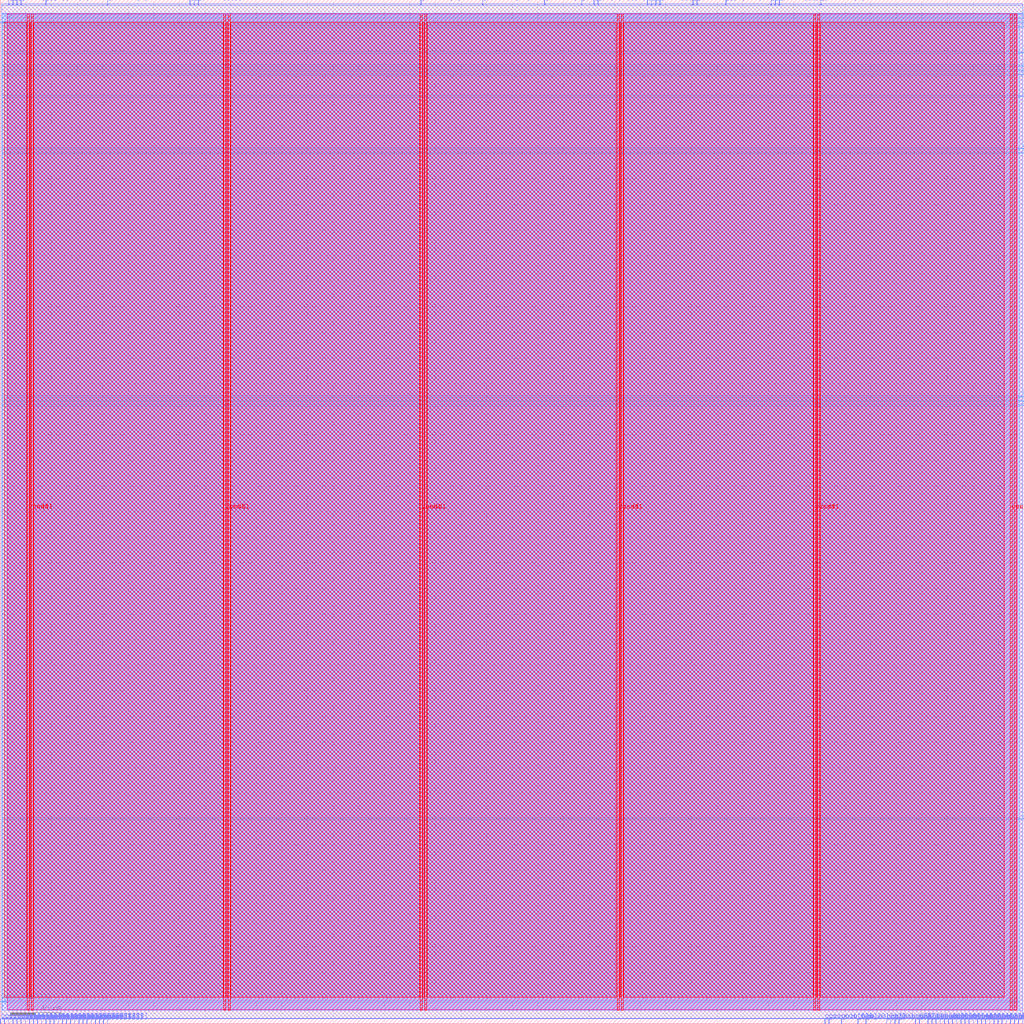
<source format=lef>
VERSION 5.7 ;
  NOWIREEXTENSIONATPIN ON ;
  DIVIDERCHAR "/" ;
  BUSBITCHARS "[]" ;
MACRO team_01
  CLASS BLOCK ;
  FOREIGN team_01 ;
  ORIGIN 0.000 0.000 ;
  SIZE 800.000 BY 800.000 ;
  PIN clk
    DIRECTION INPUT ;
    USE SIGNAL ;
    ANTENNAGATEAREA 1.286700 ;
    ANTENNADIFFAREA 0.434700 ;
    PORT
      LAYER met3 ;
        RECT 0.000 782.040 4.000 782.640 ;
    END
  END clk
  PIN en
    DIRECTION INPUT ;
    USE SIGNAL ;
    ANTENNAGATEAREA 0.647700 ;
    ANTENNADIFFAREA 0.434700 ;
    PORT
      LAYER met3 ;
        RECT 796.000 489.640 800.000 490.240 ;
    END
  END en
  PIN gpio_in[0]
    DIRECTION INPUT ;
    USE SIGNAL ;
    PORT
      LAYER met2 ;
        RECT 0.090 0.000 0.370 4.000 ;
    END
  END gpio_in[0]
  PIN gpio_in[10]
    DIRECTION INPUT ;
    USE SIGNAL ;
    PORT
      LAYER met2 ;
        RECT 3.310 0.000 3.590 4.000 ;
    END
  END gpio_in[10]
  PIN gpio_in[11]
    DIRECTION INPUT ;
    USE SIGNAL ;
    PORT
      LAYER met2 ;
        RECT 6.530 0.000 6.810 4.000 ;
    END
  END gpio_in[11]
  PIN gpio_in[12]
    DIRECTION INPUT ;
    USE SIGNAL ;
    PORT
      LAYER met2 ;
        RECT 9.750 0.000 10.030 4.000 ;
    END
  END gpio_in[12]
  PIN gpio_in[13]
    DIRECTION INPUT ;
    USE SIGNAL ;
    PORT
      LAYER met2 ;
        RECT 12.970 0.000 13.250 4.000 ;
    END
  END gpio_in[13]
  PIN gpio_in[14]
    DIRECTION INPUT ;
    USE SIGNAL ;
    PORT
      LAYER met2 ;
        RECT 16.190 0.000 16.470 4.000 ;
    END
  END gpio_in[14]
  PIN gpio_in[15]
    DIRECTION INPUT ;
    USE SIGNAL ;
    PORT
      LAYER met2 ;
        RECT 19.410 0.000 19.690 4.000 ;
    END
  END gpio_in[15]
  PIN gpio_in[16]
    DIRECTION INPUT ;
    USE SIGNAL ;
    PORT
      LAYER met2 ;
        RECT 22.630 0.000 22.910 4.000 ;
    END
  END gpio_in[16]
  PIN gpio_in[17]
    DIRECTION INPUT ;
    USE SIGNAL ;
    PORT
      LAYER met2 ;
        RECT 25.850 0.000 26.130 4.000 ;
    END
  END gpio_in[17]
  PIN gpio_in[18]
    DIRECTION INPUT ;
    USE SIGNAL ;
    PORT
      LAYER met2 ;
        RECT 29.070 0.000 29.350 4.000 ;
    END
  END gpio_in[18]
  PIN gpio_in[19]
    DIRECTION INPUT ;
    USE SIGNAL ;
    PORT
      LAYER met2 ;
        RECT 32.290 0.000 32.570 4.000 ;
    END
  END gpio_in[19]
  PIN gpio_in[1]
    DIRECTION INPUT ;
    USE SIGNAL ;
    ANTENNAGATEAREA 0.631200 ;
    ANTENNADIFFAREA 0.434700 ;
    PORT
      LAYER met2 ;
        RECT 83.810 796.000 84.090 800.000 ;
    END
  END gpio_in[1]
  PIN gpio_in[20]
    DIRECTION INPUT ;
    USE SIGNAL ;
    PORT
      LAYER met2 ;
        RECT 35.510 0.000 35.790 4.000 ;
    END
  END gpio_in[20]
  PIN gpio_in[21]
    DIRECTION INPUT ;
    USE SIGNAL ;
    PORT
      LAYER met2 ;
        RECT 38.730 0.000 39.010 4.000 ;
    END
  END gpio_in[21]
  PIN gpio_in[22]
    DIRECTION INPUT ;
    USE SIGNAL ;
    PORT
      LAYER met2 ;
        RECT 41.950 0.000 42.230 4.000 ;
    END
  END gpio_in[22]
  PIN gpio_in[23]
    DIRECTION INPUT ;
    USE SIGNAL ;
    PORT
      LAYER met2 ;
        RECT 45.170 0.000 45.450 4.000 ;
    END
  END gpio_in[23]
  PIN gpio_in[24]
    DIRECTION INPUT ;
    USE SIGNAL ;
    PORT
      LAYER met2 ;
        RECT 48.390 0.000 48.670 4.000 ;
    END
  END gpio_in[24]
  PIN gpio_in[25]
    DIRECTION INPUT ;
    USE SIGNAL ;
    PORT
      LAYER met2 ;
        RECT 51.610 0.000 51.890 4.000 ;
    END
  END gpio_in[25]
  PIN gpio_in[26]
    DIRECTION INPUT ;
    USE SIGNAL ;
    PORT
      LAYER met2 ;
        RECT 54.830 0.000 55.110 4.000 ;
    END
  END gpio_in[26]
  PIN gpio_in[27]
    DIRECTION INPUT ;
    USE SIGNAL ;
    PORT
      LAYER met2 ;
        RECT 58.050 0.000 58.330 4.000 ;
    END
  END gpio_in[27]
  PIN gpio_in[28]
    DIRECTION INPUT ;
    USE SIGNAL ;
    PORT
      LAYER met2 ;
        RECT 61.270 0.000 61.550 4.000 ;
    END
  END gpio_in[28]
  PIN gpio_in[29]
    DIRECTION INPUT ;
    USE SIGNAL ;
    PORT
      LAYER met2 ;
        RECT 64.490 0.000 64.770 4.000 ;
    END
  END gpio_in[29]
  PIN gpio_in[2]
    DIRECTION INPUT ;
    USE SIGNAL ;
    ANTENNAGATEAREA 0.631200 ;
    ANTENNADIFFAREA 0.434700 ;
    PORT
      LAYER met2 ;
        RECT 454.110 796.000 454.390 800.000 ;
    END
  END gpio_in[2]
  PIN gpio_in[30]
    DIRECTION INPUT ;
    USE SIGNAL ;
    PORT
      LAYER met2 ;
        RECT 67.710 0.000 67.990 4.000 ;
    END
  END gpio_in[30]
  PIN gpio_in[31]
    DIRECTION INPUT ;
    USE SIGNAL ;
    PORT
      LAYER met2 ;
        RECT 70.930 0.000 71.210 4.000 ;
    END
  END gpio_in[31]
  PIN gpio_in[32]
    DIRECTION INPUT ;
    USE SIGNAL ;
    PORT
      LAYER met2 ;
        RECT 74.150 0.000 74.430 4.000 ;
    END
  END gpio_in[32]
  PIN gpio_in[33]
    DIRECTION INPUT ;
    USE SIGNAL ;
    PORT
      LAYER met2 ;
        RECT 77.370 0.000 77.650 4.000 ;
    END
  END gpio_in[33]
  PIN gpio_in[3]
    DIRECTION INPUT ;
    USE SIGNAL ;
    ANTENNAGATEAREA 0.631200 ;
    ANTENNADIFFAREA 0.434700 ;
    PORT
      LAYER met2 ;
        RECT 328.530 796.000 328.810 800.000 ;
    END
  END gpio_in[3]
  PIN gpio_in[4]
    DIRECTION INPUT ;
    USE SIGNAL ;
    ANTENNAGATEAREA 0.631200 ;
    ANTENNADIFFAREA 0.434700 ;
    PORT
      LAYER met2 ;
        RECT 425.130 796.000 425.410 800.000 ;
    END
  END gpio_in[4]
  PIN gpio_in[5]
    DIRECTION INPUT ;
    USE SIGNAL ;
    ANTENNAGATEAREA 0.631200 ;
    ANTENNADIFFAREA 0.434700 ;
    PORT
      LAYER met3 ;
        RECT 796.000 683.440 800.000 684.040 ;
    END
  END gpio_in[5]
  PIN gpio_in[6]
    DIRECTION INPUT ;
    USE SIGNAL ;
    ANTENNAGATEAREA 0.647700 ;
    ANTENNADIFFAREA 0.434700 ;
    PORT
      LAYER met2 ;
        RECT 512.070 796.000 512.350 800.000 ;
    END
  END gpio_in[6]
  PIN gpio_in[7]
    DIRECTION INPUT ;
    USE SIGNAL ;
    ANTENNAGATEAREA 0.560700 ;
    ANTENNADIFFAREA 0.434700 ;
    PORT
      LAYER met2 ;
        RECT 515.290 796.000 515.570 800.000 ;
    END
  END gpio_in[7]
  PIN gpio_in[8]
    DIRECTION INPUT ;
    USE SIGNAL ;
    PORT
      LAYER met2 ;
        RECT 80.590 0.000 80.870 4.000 ;
    END
  END gpio_in[8]
  PIN gpio_in[9]
    DIRECTION INPUT ;
    USE SIGNAL ;
    PORT
      LAYER met2 ;
        RECT 83.810 0.000 84.090 4.000 ;
    END
  END gpio_in[9]
  PIN gpio_oeb[0]
    DIRECTION OUTPUT ;
    USE SIGNAL ;
    PORT
      LAYER met2 ;
        RECT 724.590 0.000 724.870 4.000 ;
    END
  END gpio_oeb[0]
  PIN gpio_oeb[10]
    DIRECTION OUTPUT ;
    USE SIGNAL ;
    PORT
      LAYER met2 ;
        RECT 779.330 0.000 779.610 4.000 ;
    END
  END gpio_oeb[10]
  PIN gpio_oeb[11]
    DIRECTION OUTPUT ;
    USE SIGNAL ;
    PORT
      LAYER met2 ;
        RECT 702.050 0.000 702.330 4.000 ;
    END
  END gpio_oeb[11]
  PIN gpio_oeb[12]
    DIRECTION OUTPUT ;
    USE SIGNAL ;
    PORT
      LAYER met3 ;
        RECT 796.000 724.240 800.000 724.840 ;
    END
  END gpio_oeb[12]
  PIN gpio_oeb[13]
    DIRECTION OUTPUT ;
    USE SIGNAL ;
    PORT
      LAYER met3 ;
        RECT 796.000 758.240 800.000 758.840 ;
    END
  END gpio_oeb[13]
  PIN gpio_oeb[14]
    DIRECTION OUTPUT ;
    USE SIGNAL ;
    PORT
      LAYER met2 ;
        RECT 798.650 0.000 798.930 4.000 ;
    END
  END gpio_oeb[14]
  PIN gpio_oeb[15]
    DIRECTION OUTPUT ;
    USE SIGNAL ;
    PORT
      LAYER met2 ;
        RECT 376.830 796.000 377.110 800.000 ;
    END
  END gpio_oeb[15]
  PIN gpio_oeb[16]
    DIRECTION OUTPUT ;
    USE SIGNAL ;
    PORT
      LAYER met2 ;
        RECT 602.230 796.000 602.510 800.000 ;
    END
  END gpio_oeb[16]
  PIN gpio_oeb[17]
    DIRECTION OUTPUT ;
    USE SIGNAL ;
    PORT
      LAYER met2 ;
        RECT 760.010 0.000 760.290 4.000 ;
    END
  END gpio_oeb[17]
  PIN gpio_oeb[18]
    DIRECTION OUTPUT ;
    USE SIGNAL ;
    PORT
      LAYER met3 ;
        RECT 796.000 778.640 800.000 779.240 ;
    END
  END gpio_oeb[18]
  PIN gpio_oeb[19]
    DIRECTION OUTPUT ;
    USE SIGNAL ;
    PORT
      LAYER met2 ;
        RECT 16.190 796.000 16.470 800.000 ;
    END
  END gpio_oeb[19]
  PIN gpio_oeb[1]
    DIRECTION OUTPUT ;
    USE SIGNAL ;
    PORT
      LAYER met2 ;
        RECT 640.870 796.000 641.150 800.000 ;
    END
  END gpio_oeb[1]
  PIN gpio_oeb[20]
    DIRECTION OUTPUT ;
    USE SIGNAL ;
    PORT
      LAYER met3 ;
        RECT 796.000 785.440 800.000 786.040 ;
    END
  END gpio_oeb[20]
  PIN gpio_oeb[21]
    DIRECTION OUTPUT ;
    USE SIGNAL ;
    PORT
      LAYER met2 ;
        RECT 676.290 0.000 676.570 4.000 ;
    END
  END gpio_oeb[21]
  PIN gpio_oeb[22]
    DIRECTION OUTPUT ;
    USE SIGNAL ;
    PORT
      LAYER met3 ;
        RECT 0.000 17.040 4.000 17.640 ;
    END
  END gpio_oeb[22]
  PIN gpio_oeb[23]
    DIRECTION OUTPUT ;
    USE SIGNAL ;
    PORT
      LAYER met2 ;
        RECT 656.970 0.000 657.250 4.000 ;
    END
  END gpio_oeb[23]
  PIN gpio_oeb[24]
    DIRECTION OUTPUT ;
    USE SIGNAL ;
    PORT
      LAYER met2 ;
        RECT 795.430 0.000 795.710 4.000 ;
    END
  END gpio_oeb[24]
  PIN gpio_oeb[25]
    DIRECTION OUTPUT ;
    USE SIGNAL ;
    PORT
      LAYER met2 ;
        RECT 608.670 796.000 608.950 800.000 ;
    END
  END gpio_oeb[25]
  PIN gpio_oeb[26]
    DIRECTION OUTPUT ;
    USE SIGNAL ;
    PORT
      LAYER met2 ;
        RECT 605.450 796.000 605.730 800.000 ;
    END
  END gpio_oeb[26]
  PIN gpio_oeb[27]
    DIRECTION OUTPUT ;
    USE SIGNAL ;
    PORT
      LAYER met3 ;
        RECT 796.000 782.040 800.000 782.640 ;
    END
  END gpio_oeb[27]
  PIN gpio_oeb[28]
    DIRECTION OUTPUT ;
    USE SIGNAL ;
    PORT
      LAYER met2 ;
        RECT 714.930 0.000 715.210 4.000 ;
    END
  END gpio_oeb[28]
  PIN gpio_oeb[29]
    DIRECTION OUTPUT ;
    USE SIGNAL ;
    PORT
      LAYER met2 ;
        RECT 6.530 796.000 6.810 800.000 ;
    END
  END gpio_oeb[29]
  PIN gpio_oeb[2]
    DIRECTION OUTPUT ;
    USE SIGNAL ;
    PORT
      LAYER met2 ;
        RECT 743.910 0.000 744.190 4.000 ;
    END
  END gpio_oeb[2]
  PIN gpio_oeb[30]
    DIRECTION OUTPUT ;
    USE SIGNAL ;
    PORT
      LAYER met2 ;
        RECT 731.030 0.000 731.310 4.000 ;
    END
  END gpio_oeb[30]
  PIN gpio_oeb[31]
    DIRECTION OUTPUT ;
    USE SIGNAL ;
    PORT
      LAYER met2 ;
        RECT 566.810 796.000 567.090 800.000 ;
    END
  END gpio_oeb[31]
  PIN gpio_oeb[32]
    DIRECTION OUTPUT ;
    USE SIGNAL ;
    PORT
      LAYER met3 ;
        RECT 796.000 744.640 800.000 745.240 ;
    END
  END gpio_oeb[32]
  PIN gpio_oeb[33]
    DIRECTION OUTPUT ;
    USE SIGNAL ;
    PORT
      LAYER met2 ;
        RECT 148.210 796.000 148.490 800.000 ;
    END
  END gpio_oeb[33]
  PIN gpio_oeb[3]
    DIRECTION OUTPUT ;
    USE SIGNAL ;
    PORT
      LAYER met3 ;
        RECT 796.000 159.840 800.000 160.440 ;
    END
  END gpio_oeb[3]
  PIN gpio_oeb[4]
    DIRECTION OUTPUT ;
    USE SIGNAL ;
    PORT
      LAYER met2 ;
        RECT 792.210 0.000 792.490 4.000 ;
    END
  END gpio_oeb[4]
  PIN gpio_oeb[5]
    DIRECTION OUTPUT ;
    USE SIGNAL ;
    PORT
      LAYER met2 ;
        RECT 154.650 796.000 154.930 800.000 ;
    END
  END gpio_oeb[5]
  PIN gpio_oeb[6]
    DIRECTION OUTPUT ;
    USE SIGNAL ;
    PORT
      LAYER met2 ;
        RECT 35.510 796.000 35.790 800.000 ;
    END
  END gpio_oeb[6]
  PIN gpio_oeb[7]
    DIRECTION OUTPUT ;
    USE SIGNAL ;
    PORT
      LAYER met2 ;
        RECT 766.450 0.000 766.730 4.000 ;
    END
  END gpio_oeb[7]
  PIN gpio_oeb[8]
    DIRECTION OUTPUT ;
    USE SIGNAL ;
    PORT
      LAYER met2 ;
        RECT 782.550 0.000 782.830 4.000 ;
    END
  END gpio_oeb[8]
  PIN gpio_oeb[9]
    DIRECTION OUTPUT ;
    USE SIGNAL ;
    PORT
      LAYER met3 ;
        RECT 796.000 748.040 800.000 748.640 ;
    END
  END gpio_oeb[9]
  PIN gpio_out[0]
    DIRECTION OUTPUT ;
    USE SIGNAL ;
    PORT
      LAYER met2 ;
        RECT 734.250 0.000 734.530 4.000 ;
    END
  END gpio_out[0]
  PIN gpio_out[10]
    DIRECTION OUTPUT ;
    USE SIGNAL ;
    ANTENNADIFFAREA 0.445500 ;
    PORT
      LAYER met2 ;
        RECT 505.630 796.000 505.910 800.000 ;
    END
  END gpio_out[10]
  PIN gpio_out[11]
    DIRECTION OUTPUT ;
    USE SIGNAL ;
    ANTENNADIFFAREA 0.445500 ;
    PORT
      LAYER met2 ;
        RECT 508.850 796.000 509.130 800.000 ;
    END
  END gpio_out[11]
  PIN gpio_out[12]
    DIRECTION OUTPUT ;
    USE SIGNAL ;
    ANTENNADIFFAREA 0.445500 ;
    PORT
      LAYER met2 ;
        RECT 544.270 796.000 544.550 800.000 ;
    END
  END gpio_out[12]
  PIN gpio_out[13]
    DIRECTION OUTPUT ;
    USE SIGNAL ;
    ANTENNADIFFAREA 0.445500 ;
    PORT
      LAYER met3 ;
        RECT 796.000 680.040 800.000 680.640 ;
    END
  END gpio_out[13]
  PIN gpio_out[14]
    DIRECTION OUTPUT ;
    USE SIGNAL ;
    PORT
      LAYER met2 ;
        RECT 737.470 0.000 737.750 4.000 ;
    END
  END gpio_out[14]
  PIN gpio_out[15]
    DIRECTION OUTPUT ;
    USE SIGNAL ;
    PORT
      LAYER met3 ;
        RECT 796.000 741.240 800.000 741.840 ;
    END
  END gpio_out[15]
  PIN gpio_out[16]
    DIRECTION OUTPUT ;
    USE SIGNAL ;
    PORT
      LAYER met2 ;
        RECT 151.430 796.000 151.710 800.000 ;
    END
  END gpio_out[16]
  PIN gpio_out[17]
    DIRECTION OUTPUT ;
    USE SIGNAL ;
    PORT
      LAYER met2 ;
        RECT 669.850 0.000 670.130 4.000 ;
    END
  END gpio_out[17]
  PIN gpio_out[18]
    DIRECTION OUTPUT ;
    USE SIGNAL ;
    PORT
      LAYER met2 ;
        RECT 12.970 796.000 13.250 800.000 ;
    END
  END gpio_out[18]
  PIN gpio_out[19]
    DIRECTION OUTPUT ;
    USE SIGNAL ;
    PORT
      LAYER met2 ;
        RECT 756.790 0.000 757.070 4.000 ;
    END
  END gpio_out[19]
  PIN gpio_out[1]
    DIRECTION OUTPUT ;
    USE SIGNAL ;
    PORT
      LAYER met2 ;
        RECT 740.690 0.000 740.970 4.000 ;
    END
  END gpio_out[1]
  PIN gpio_out[20]
    DIRECTION OUTPUT ;
    USE SIGNAL ;
    PORT
      LAYER met2 ;
        RECT 727.810 0.000 728.090 4.000 ;
    END
  END gpio_out[20]
  PIN gpio_out[21]
    DIRECTION OUTPUT ;
    USE SIGNAL ;
    PORT
      LAYER met2 ;
        RECT 769.670 0.000 769.950 4.000 ;
    END
  END gpio_out[21]
  PIN gpio_out[22]
    DIRECTION OUTPUT ;
    USE SIGNAL ;
    PORT
      LAYER met2 ;
        RECT 692.390 0.000 692.670 4.000 ;
    END
  END gpio_out[22]
  PIN gpio_out[23]
    DIRECTION OUTPUT ;
    USE SIGNAL ;
    PORT
      LAYER met2 ;
        RECT 718.150 0.000 718.430 4.000 ;
    END
  END gpio_out[23]
  PIN gpio_out[24]
    DIRECTION OUTPUT ;
    USE SIGNAL ;
    PORT
      LAYER met2 ;
        RECT 753.570 0.000 753.850 4.000 ;
    END
  END gpio_out[24]
  PIN gpio_out[25]
    DIRECTION OUTPUT ;
    USE SIGNAL ;
    PORT
      LAYER met2 ;
        RECT 747.130 0.000 747.410 4.000 ;
    END
  END gpio_out[25]
  PIN gpio_out[26]
    DIRECTION OUTPUT ;
    USE SIGNAL ;
    PORT
      LAYER met2 ;
        RECT 776.110 0.000 776.390 4.000 ;
    END
  END gpio_out[26]
  PIN gpio_out[27]
    DIRECTION OUTPUT ;
    USE SIGNAL ;
    PORT
      LAYER met3 ;
        RECT 796.000 788.840 800.000 789.440 ;
    END
  END gpio_out[27]
  PIN gpio_out[28]
    DIRECTION OUTPUT ;
    USE SIGNAL ;
    PORT
      LAYER met2 ;
        RECT 647.310 0.000 647.590 4.000 ;
    END
  END gpio_out[28]
  PIN gpio_out[29]
    DIRECTION OUTPUT ;
    USE SIGNAL ;
    PORT
      LAYER met2 ;
        RECT 698.830 0.000 699.110 4.000 ;
    END
  END gpio_out[29]
  PIN gpio_out[2]
    DIRECTION OUTPUT ;
    USE SIGNAL ;
    PORT
      LAYER met2 ;
        RECT 763.230 0.000 763.510 4.000 ;
    END
  END gpio_out[2]
  PIN gpio_out[30]
    DIRECTION OUTPUT ;
    USE SIGNAL ;
    PORT
      LAYER met2 ;
        RECT 772.890 0.000 773.170 4.000 ;
    END
  END gpio_out[30]
  PIN gpio_out[31]
    DIRECTION OUTPUT ;
    USE SIGNAL ;
    PORT
      LAYER met2 ;
        RECT 466.990 796.000 467.270 800.000 ;
    END
  END gpio_out[31]
  PIN gpio_out[32]
    DIRECTION OUTPUT ;
    USE SIGNAL ;
    PORT
      LAYER met3 ;
        RECT 796.000 482.840 800.000 483.440 ;
    END
  END gpio_out[32]
  PIN gpio_out[33]
    DIRECTION OUTPUT ;
    USE SIGNAL ;
    PORT
      LAYER met2 ;
        RECT 788.990 0.000 789.270 4.000 ;
    END
  END gpio_out[33]
  PIN gpio_out[3]
    DIRECTION OUTPUT ;
    USE SIGNAL ;
    PORT
      LAYER met2 ;
        RECT 9.750 796.000 10.030 800.000 ;
    END
  END gpio_out[3]
  PIN gpio_out[4]
    DIRECTION OUTPUT ;
    USE SIGNAL ;
    PORT
      LAYER met2 ;
        RECT 695.610 0.000 695.890 4.000 ;
    END
  END gpio_out[4]
  PIN gpio_out[5]
    DIRECTION OUTPUT ;
    USE SIGNAL ;
    PORT
      LAYER met2 ;
        RECT 644.090 0.000 644.370 4.000 ;
    END
  END gpio_out[5]
  PIN gpio_out[6]
    DIRECTION OUTPUT ;
    USE SIGNAL ;
    PORT
      LAYER met2 ;
        RECT 750.350 0.000 750.630 4.000 ;
    END
  END gpio_out[6]
  PIN gpio_out[7]
    DIRECTION OUTPUT ;
    USE SIGNAL ;
    PORT
      LAYER met2 ;
        RECT 785.770 0.000 786.050 4.000 ;
    END
  END gpio_out[7]
  PIN gpio_out[8]
    DIRECTION OUTPUT ;
    USE SIGNAL ;
    ANTENNADIFFAREA 0.445500 ;
    PORT
      LAYER met2 ;
        RECT 541.050 796.000 541.330 800.000 ;
    END
  END gpio_out[8]
  PIN gpio_out[9]
    DIRECTION OUTPUT ;
    USE SIGNAL ;
    ANTENNADIFFAREA 0.445500 ;
    PORT
      LAYER met2 ;
        RECT 463.770 796.000 464.050 800.000 ;
    END
  END gpio_out[9]
  PIN nrst
    DIRECTION INPUT ;
    USE SIGNAL ;
    ANTENNAGATEAREA 0.647700 ;
    ANTENNADIFFAREA 0.434700 ;
    PORT
      LAYER met3 ;
        RECT 796.000 486.240 800.000 486.840 ;
    END
  END nrst
  PIN vccd1
    DIRECTION INOUT ;
    USE POWER ;
    PORT
      LAYER met4 ;
        RECT 21.040 10.640 22.640 789.040 ;
    END
    PORT
      LAYER met4 ;
        RECT 174.640 10.640 176.240 789.040 ;
    END
    PORT
      LAYER met4 ;
        RECT 328.240 10.640 329.840 789.040 ;
    END
    PORT
      LAYER met4 ;
        RECT 481.840 10.640 483.440 789.040 ;
    END
    PORT
      LAYER met4 ;
        RECT 635.440 10.640 637.040 789.040 ;
    END
    PORT
      LAYER met4 ;
        RECT 789.040 10.640 790.640 789.040 ;
    END
  END vccd1
  PIN vssd1
    DIRECTION INOUT ;
    USE GROUND ;
    PORT
      LAYER met4 ;
        RECT 24.340 10.640 25.940 789.040 ;
    END
    PORT
      LAYER met4 ;
        RECT 177.940 10.640 179.540 789.040 ;
    END
    PORT
      LAYER met4 ;
        RECT 331.540 10.640 333.140 789.040 ;
    END
    PORT
      LAYER met4 ;
        RECT 485.140 10.640 486.740 789.040 ;
    END
    PORT
      LAYER met4 ;
        RECT 638.740 10.640 640.340 789.040 ;
    END
    PORT
      LAYER met4 ;
        RECT 792.340 10.640 793.940 789.040 ;
    END
  END vssd1
  OBS
      LAYER nwell ;
        RECT 5.330 10.760 794.610 788.920 ;
      LAYER li1 ;
        RECT 5.520 10.795 794.420 788.885 ;
      LAYER met1 ;
        RECT 1.450 10.640 798.950 789.040 ;
      LAYER met2 ;
        RECT 1.010 795.720 6.250 796.690 ;
        RECT 7.090 795.720 9.470 796.690 ;
        RECT 10.310 795.720 12.690 796.690 ;
        RECT 13.530 795.720 15.910 796.690 ;
        RECT 16.750 795.720 35.230 796.690 ;
        RECT 36.070 795.720 83.530 796.690 ;
        RECT 84.370 795.720 147.930 796.690 ;
        RECT 148.770 795.720 151.150 796.690 ;
        RECT 151.990 795.720 154.370 796.690 ;
        RECT 155.210 795.720 328.250 796.690 ;
        RECT 329.090 795.720 376.550 796.690 ;
        RECT 377.390 795.720 424.850 796.690 ;
        RECT 425.690 795.720 453.830 796.690 ;
        RECT 454.670 795.720 463.490 796.690 ;
        RECT 464.330 795.720 466.710 796.690 ;
        RECT 467.550 795.720 505.350 796.690 ;
        RECT 506.190 795.720 508.570 796.690 ;
        RECT 509.410 795.720 511.790 796.690 ;
        RECT 512.630 795.720 515.010 796.690 ;
        RECT 515.850 795.720 540.770 796.690 ;
        RECT 541.610 795.720 543.990 796.690 ;
        RECT 544.830 795.720 566.530 796.690 ;
        RECT 567.370 795.720 601.950 796.690 ;
        RECT 602.790 795.720 605.170 796.690 ;
        RECT 606.010 795.720 608.390 796.690 ;
        RECT 609.230 795.720 640.590 796.690 ;
        RECT 641.430 795.720 798.920 796.690 ;
        RECT 1.010 4.280 798.920 795.720 ;
        RECT 1.010 4.000 3.030 4.280 ;
        RECT 3.870 4.000 6.250 4.280 ;
        RECT 7.090 4.000 9.470 4.280 ;
        RECT 10.310 4.000 12.690 4.280 ;
        RECT 13.530 4.000 15.910 4.280 ;
        RECT 16.750 4.000 19.130 4.280 ;
        RECT 19.970 4.000 22.350 4.280 ;
        RECT 23.190 4.000 25.570 4.280 ;
        RECT 26.410 4.000 28.790 4.280 ;
        RECT 29.630 4.000 32.010 4.280 ;
        RECT 32.850 4.000 35.230 4.280 ;
        RECT 36.070 4.000 38.450 4.280 ;
        RECT 39.290 4.000 41.670 4.280 ;
        RECT 42.510 4.000 44.890 4.280 ;
        RECT 45.730 4.000 48.110 4.280 ;
        RECT 48.950 4.000 51.330 4.280 ;
        RECT 52.170 4.000 54.550 4.280 ;
        RECT 55.390 4.000 57.770 4.280 ;
        RECT 58.610 4.000 60.990 4.280 ;
        RECT 61.830 4.000 64.210 4.280 ;
        RECT 65.050 4.000 67.430 4.280 ;
        RECT 68.270 4.000 70.650 4.280 ;
        RECT 71.490 4.000 73.870 4.280 ;
        RECT 74.710 4.000 77.090 4.280 ;
        RECT 77.930 4.000 80.310 4.280 ;
        RECT 81.150 4.000 83.530 4.280 ;
        RECT 84.370 4.000 643.810 4.280 ;
        RECT 644.650 4.000 647.030 4.280 ;
        RECT 647.870 4.000 656.690 4.280 ;
        RECT 657.530 4.000 669.570 4.280 ;
        RECT 670.410 4.000 676.010 4.280 ;
        RECT 676.850 4.000 692.110 4.280 ;
        RECT 692.950 4.000 695.330 4.280 ;
        RECT 696.170 4.000 698.550 4.280 ;
        RECT 699.390 4.000 701.770 4.280 ;
        RECT 702.610 4.000 714.650 4.280 ;
        RECT 715.490 4.000 717.870 4.280 ;
        RECT 718.710 4.000 724.310 4.280 ;
        RECT 725.150 4.000 727.530 4.280 ;
        RECT 728.370 4.000 730.750 4.280 ;
        RECT 731.590 4.000 733.970 4.280 ;
        RECT 734.810 4.000 737.190 4.280 ;
        RECT 738.030 4.000 740.410 4.280 ;
        RECT 741.250 4.000 743.630 4.280 ;
        RECT 744.470 4.000 746.850 4.280 ;
        RECT 747.690 4.000 750.070 4.280 ;
        RECT 750.910 4.000 753.290 4.280 ;
        RECT 754.130 4.000 756.510 4.280 ;
        RECT 757.350 4.000 759.730 4.280 ;
        RECT 760.570 4.000 762.950 4.280 ;
        RECT 763.790 4.000 766.170 4.280 ;
        RECT 767.010 4.000 769.390 4.280 ;
        RECT 770.230 4.000 772.610 4.280 ;
        RECT 773.450 4.000 775.830 4.280 ;
        RECT 776.670 4.000 779.050 4.280 ;
        RECT 779.890 4.000 782.270 4.280 ;
        RECT 783.110 4.000 785.490 4.280 ;
        RECT 786.330 4.000 788.710 4.280 ;
        RECT 789.550 4.000 791.930 4.280 ;
        RECT 792.770 4.000 795.150 4.280 ;
        RECT 795.990 4.000 798.370 4.280 ;
      LAYER met3 ;
        RECT 0.985 788.440 795.600 789.305 ;
        RECT 0.985 786.440 796.000 788.440 ;
        RECT 0.985 785.040 795.600 786.440 ;
        RECT 0.985 783.040 796.000 785.040 ;
        RECT 4.400 781.640 795.600 783.040 ;
        RECT 0.985 779.640 796.000 781.640 ;
        RECT 0.985 778.240 795.600 779.640 ;
        RECT 0.985 759.240 796.000 778.240 ;
        RECT 0.985 757.840 795.600 759.240 ;
        RECT 0.985 749.040 796.000 757.840 ;
        RECT 0.985 747.640 795.600 749.040 ;
        RECT 0.985 745.640 796.000 747.640 ;
        RECT 0.985 744.240 795.600 745.640 ;
        RECT 0.985 742.240 796.000 744.240 ;
        RECT 0.985 740.840 795.600 742.240 ;
        RECT 0.985 725.240 796.000 740.840 ;
        RECT 0.985 723.840 795.600 725.240 ;
        RECT 0.985 684.440 796.000 723.840 ;
        RECT 0.985 683.040 795.600 684.440 ;
        RECT 0.985 681.040 796.000 683.040 ;
        RECT 0.985 679.640 795.600 681.040 ;
        RECT 0.985 490.640 796.000 679.640 ;
        RECT 0.985 489.240 795.600 490.640 ;
        RECT 0.985 487.240 796.000 489.240 ;
        RECT 0.985 485.840 795.600 487.240 ;
        RECT 0.985 483.840 796.000 485.840 ;
        RECT 0.985 482.440 795.600 483.840 ;
        RECT 0.985 160.840 796.000 482.440 ;
        RECT 0.985 159.440 795.600 160.840 ;
        RECT 0.985 18.040 796.000 159.440 ;
        RECT 4.400 16.640 796.000 18.040 ;
        RECT 0.985 10.715 796.000 16.640 ;
      LAYER met4 ;
        RECT 3.055 20.575 20.640 782.505 ;
        RECT 23.040 20.575 23.940 782.505 ;
        RECT 26.340 20.575 174.240 782.505 ;
        RECT 176.640 20.575 177.540 782.505 ;
        RECT 179.940 20.575 327.840 782.505 ;
        RECT 330.240 20.575 331.140 782.505 ;
        RECT 333.540 20.575 481.440 782.505 ;
        RECT 483.840 20.575 484.740 782.505 ;
        RECT 487.140 20.575 635.040 782.505 ;
        RECT 637.440 20.575 638.340 782.505 ;
        RECT 640.740 20.575 784.465 782.505 ;
  END
END team_01
END LIBRARY


</source>
